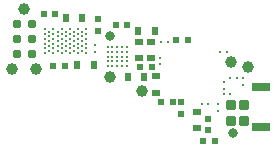
<source format=gbr>
G04 #@! TF.GenerationSoftware,KiCad,Pcbnew,7.0.9-7.0.9~ubuntu20.04.1*
G04 #@! TF.CreationDate,2023-12-28T04:07:49+00:00*
G04 #@! TF.ProjectId,yote,796f7465-2e6b-4696-9361-645f70636258,rev?*
G04 #@! TF.SameCoordinates,Original*
G04 #@! TF.FileFunction,Soldermask,Top*
G04 #@! TF.FilePolarity,Negative*
%FSLAX46Y46*%
G04 Gerber Fmt 4.6, Leading zero omitted, Abs format (unit mm)*
G04 Created by KiCad (PCBNEW 7.0.9-7.0.9~ubuntu20.04.1) date 2023-12-28 04:07:49*
%MOMM*%
%LPD*%
G01*
G04 APERTURE LIST*
G04 Aperture macros list*
%AMRoundRect*
0 Rectangle with rounded corners*
0 $1 Rounding radius*
0 $2 $3 $4 $5 $6 $7 $8 $9 X,Y pos of 4 corners*
0 Add a 4 corners polygon primitive as box body*
4,1,4,$2,$3,$4,$5,$6,$7,$8,$9,$2,$3,0*
0 Add four circle primitives for the rounded corners*
1,1,$1+$1,$2,$3*
1,1,$1+$1,$4,$5*
1,1,$1+$1,$6,$7*
1,1,$1+$1,$8,$9*
0 Add four rect primitives between the rounded corners*
20,1,$1+$1,$2,$3,$4,$5,0*
20,1,$1+$1,$4,$5,$6,$7,0*
20,1,$1+$1,$6,$7,$8,$9,0*
20,1,$1+$1,$8,$9,$2,$3,0*%
G04 Aperture macros list end*
%ADD10R,0.500000X0.600000*%
%ADD11R,0.800000X0.600000*%
%ADD12R,0.600000X0.500000*%
%ADD13RoundRect,0.100000X-0.300000X0.350000X-0.300000X-0.350000X0.300000X-0.350000X0.300000X0.350000X0*%
%ADD14RoundRect,0.100000X0.300000X-0.350000X0.300000X0.350000X-0.300000X0.350000X-0.300000X-0.350000X0*%
%ADD15R,0.250000X0.270000*%
%ADD16C,1.000000*%
%ADD17C,0.243840*%
%ADD18R,0.600000X0.800000*%
%ADD19R,0.270000X0.250000*%
%ADD20C,0.152400*%
%ADD21C,0.220000*%
%ADD22R,1.600000X0.800000*%
%ADD23R,0.600000X0.700000*%
%ADD24C,0.990600*%
%ADD25C,0.787400*%
%ADD26C,0.800000*%
G04 APERTURE END LIST*
D10*
X108000000Y-69370000D03*
X108000000Y-68370000D03*
D11*
X112870000Y-73180000D03*
X112870000Y-74580000D03*
D12*
X113280000Y-75370000D03*
X114280000Y-75370000D03*
D13*
X119240000Y-75580000D03*
D14*
X119240000Y-76980000D03*
X120340000Y-76980000D03*
D13*
X120340000Y-75580000D03*
D11*
X112460000Y-71670000D03*
X112460000Y-70270000D03*
D15*
X117300000Y-75530000D03*
X116750000Y-75530000D03*
D16*
X111660000Y-74420000D03*
X111660000Y-74420000D03*
D17*
X103505000Y-71220000D03*
X103505000Y-70820000D03*
X103505000Y-70420000D03*
X103505000Y-70020000D03*
X103505000Y-69620000D03*
X103505000Y-69220000D03*
X103850000Y-71020000D03*
X103850000Y-70620000D03*
X103850000Y-70220000D03*
X103850000Y-69820000D03*
X103850000Y-69420000D03*
X104195000Y-71220000D03*
X104195000Y-70820000D03*
X104195000Y-70420000D03*
X104195000Y-70020000D03*
X104195000Y-69620000D03*
X104195000Y-69220000D03*
X104540000Y-71020000D03*
X104540000Y-70620000D03*
X104540000Y-70220000D03*
X104540000Y-69820000D03*
X104540000Y-69420000D03*
X104885000Y-71220000D03*
X104885000Y-70820000D03*
X104885000Y-70420000D03*
X104885000Y-70020000D03*
X104885000Y-69620000D03*
X104885000Y-69220000D03*
X105230000Y-71020000D03*
X105230000Y-70620000D03*
X105230000Y-70220000D03*
X105230000Y-69820000D03*
X105230000Y-69420000D03*
X105575000Y-71220000D03*
X105575000Y-70820000D03*
X105575000Y-70420000D03*
X105575000Y-70020000D03*
X105575000Y-69620000D03*
X105575000Y-69220000D03*
X105920000Y-71020000D03*
X105920000Y-70620000D03*
X105920000Y-70220000D03*
X105920000Y-69820000D03*
X105920000Y-69420000D03*
X106265000Y-71220000D03*
X106265000Y-70820000D03*
X106265000Y-70420000D03*
X106265000Y-70020000D03*
X106265000Y-69620000D03*
X106265000Y-69220000D03*
X106610000Y-71020000D03*
X106610000Y-70620000D03*
X106610000Y-70220000D03*
X106610000Y-69820000D03*
X106610000Y-69420000D03*
X106955000Y-71220000D03*
X106955000Y-70820000D03*
X106955000Y-70420000D03*
X106955000Y-70020000D03*
X106955000Y-69620000D03*
X106955000Y-69220000D03*
D18*
X111360000Y-69390000D03*
X112760000Y-69390000D03*
D15*
X119150000Y-73375000D03*
X119700000Y-73375000D03*
D19*
X107700000Y-70575000D03*
X107700000Y-71125000D03*
D20*
X117740000Y-74560000D03*
X117390000Y-74560000D03*
X117040000Y-74560000D03*
X116340000Y-74560000D03*
X115640000Y-74560000D03*
X114940000Y-74560000D03*
X114240000Y-74560000D03*
X113890000Y-74560000D03*
X117740000Y-74210000D03*
X117390000Y-74210000D03*
X116690000Y-74210000D03*
X116340000Y-74210000D03*
X115990000Y-74210000D03*
X115640000Y-74210000D03*
X115290000Y-74210000D03*
X114940000Y-74210000D03*
X114590000Y-74210000D03*
X114240000Y-74210000D03*
X113890000Y-74210000D03*
X117390000Y-73860000D03*
X116690000Y-73860000D03*
X116340000Y-73860000D03*
X115990000Y-73860000D03*
X115640000Y-73860000D03*
X115290000Y-73860000D03*
X114940000Y-73860000D03*
X114590000Y-73860000D03*
X114240000Y-73860000D03*
X117740000Y-73510000D03*
X117390000Y-73510000D03*
X114590000Y-73510000D03*
X114240000Y-73510000D03*
X113890000Y-73510000D03*
X117390000Y-73160000D03*
X117040000Y-73160000D03*
X116690000Y-73160000D03*
X116340000Y-73160000D03*
X115990000Y-73160000D03*
X115640000Y-73160000D03*
X115290000Y-73160000D03*
X114590000Y-73160000D03*
X114240000Y-73160000D03*
X117740000Y-72810000D03*
X117390000Y-72810000D03*
X117040000Y-72810000D03*
X116340000Y-72810000D03*
X115990000Y-72810000D03*
X115640000Y-72810000D03*
X115290000Y-72810000D03*
X114590000Y-72810000D03*
X114240000Y-72810000D03*
X113890000Y-72810000D03*
X117390000Y-72460000D03*
X117040000Y-72460000D03*
X116340000Y-72460000D03*
X115990000Y-72460000D03*
X115640000Y-72460000D03*
X115290000Y-72460000D03*
X114590000Y-72460000D03*
X114240000Y-72460000D03*
X117740000Y-72110000D03*
X117390000Y-72110000D03*
X117040000Y-72110000D03*
X114590000Y-72110000D03*
X114240000Y-72110000D03*
X113890000Y-72110000D03*
X117390000Y-71760000D03*
X117040000Y-71760000D03*
X116690000Y-71760000D03*
X116340000Y-71760000D03*
X115990000Y-71760000D03*
X115640000Y-71760000D03*
X115290000Y-71760000D03*
X114940000Y-71760000D03*
X114590000Y-71760000D03*
X114240000Y-71760000D03*
X117740000Y-71410000D03*
X117390000Y-71410000D03*
X117040000Y-71410000D03*
X116690000Y-71410000D03*
X116340000Y-71410000D03*
X115990000Y-71410000D03*
X115640000Y-71410000D03*
X115290000Y-71410000D03*
X114940000Y-71410000D03*
X114590000Y-71410000D03*
X114240000Y-71410000D03*
X113890000Y-71410000D03*
X117740000Y-71060000D03*
X117040000Y-71060000D03*
X116340000Y-71060000D03*
X115640000Y-71060000D03*
X114940000Y-71060000D03*
X114240000Y-71060000D03*
X113890000Y-71060000D03*
D10*
X114990000Y-76390000D03*
X114990000Y-75390000D03*
D15*
X113875000Y-70270000D03*
X113325000Y-70270000D03*
D21*
X108790000Y-70730000D03*
X109190000Y-70730000D03*
X109590000Y-70730000D03*
X109990000Y-70730000D03*
X110390000Y-70730000D03*
X108790000Y-71130000D03*
X109190000Y-71130000D03*
X109590000Y-71130000D03*
X109990000Y-71130000D03*
X110390000Y-71130000D03*
X108790000Y-71530000D03*
X109190000Y-71530000D03*
X109590000Y-71530000D03*
X109990000Y-71530000D03*
X110390000Y-71530000D03*
X108790000Y-71930000D03*
X109190000Y-71930000D03*
X109590000Y-71930000D03*
X109990000Y-71930000D03*
X110390000Y-71930000D03*
X108790000Y-72330000D03*
X109190000Y-72330000D03*
X109590000Y-72330000D03*
X109990000Y-72330000D03*
X110390000Y-72330000D03*
D22*
X121760000Y-74110000D03*
X121760000Y-77510000D03*
D15*
X118305000Y-71170000D03*
X118855000Y-71170000D03*
D10*
X117240000Y-77770000D03*
X117240000Y-76770000D03*
D19*
X118620000Y-73700000D03*
X118620000Y-74250000D03*
D12*
X109460000Y-68840000D03*
X110460000Y-68840000D03*
X103360000Y-67910000D03*
X104360000Y-67910000D03*
X112560000Y-72380000D03*
X111560000Y-72380000D03*
D15*
X118615000Y-74700000D03*
X119165000Y-74700000D03*
D18*
X107600000Y-72250000D03*
X106200000Y-72250000D03*
D19*
X113220000Y-72165000D03*
X113220000Y-71615000D03*
D18*
X105240000Y-68260000D03*
X106640000Y-68260000D03*
D23*
X110470000Y-73280000D03*
D18*
X111870000Y-73280000D03*
D12*
X115560000Y-70080000D03*
X114560000Y-70080000D03*
D16*
X120650000Y-72400000D03*
X120650000Y-72400000D03*
D11*
X111470000Y-70250000D03*
X111470000Y-71650000D03*
D12*
X116840000Y-78630000D03*
X117840000Y-78630000D03*
D19*
X118100000Y-75565000D03*
X118100000Y-76115000D03*
D16*
X119200000Y-72000000D03*
X119200000Y-72000000D03*
D12*
X105180000Y-72280000D03*
X104180000Y-72280000D03*
D16*
X108980000Y-73220000D03*
X108980000Y-73220000D03*
D19*
X120250000Y-73375000D03*
X120250000Y-73925000D03*
D24*
X101740000Y-67500000D03*
X102756000Y-72580000D03*
X100724000Y-72580000D03*
D25*
X101105000Y-68770000D03*
X102375000Y-68770000D03*
X101105000Y-70040000D03*
X102375000Y-70040000D03*
X101105000Y-71310000D03*
X102375000Y-71310000D03*
D11*
X116380000Y-76200000D03*
X116380000Y-77600000D03*
D26*
X108989999Y-69819999D03*
X119404983Y-77974529D03*
M02*

</source>
